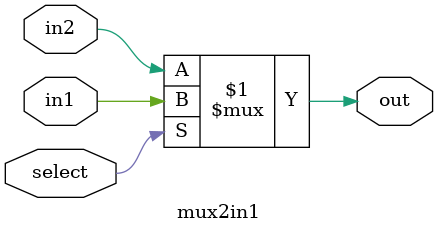
<source format=v>
`timescale 1ns / 1ps

module mux2in1(in1, in2, select, out);
    input in1, in2, select;
    output out;
    
    assign out = select ? in1 : in2 ;
endmodule

</source>
